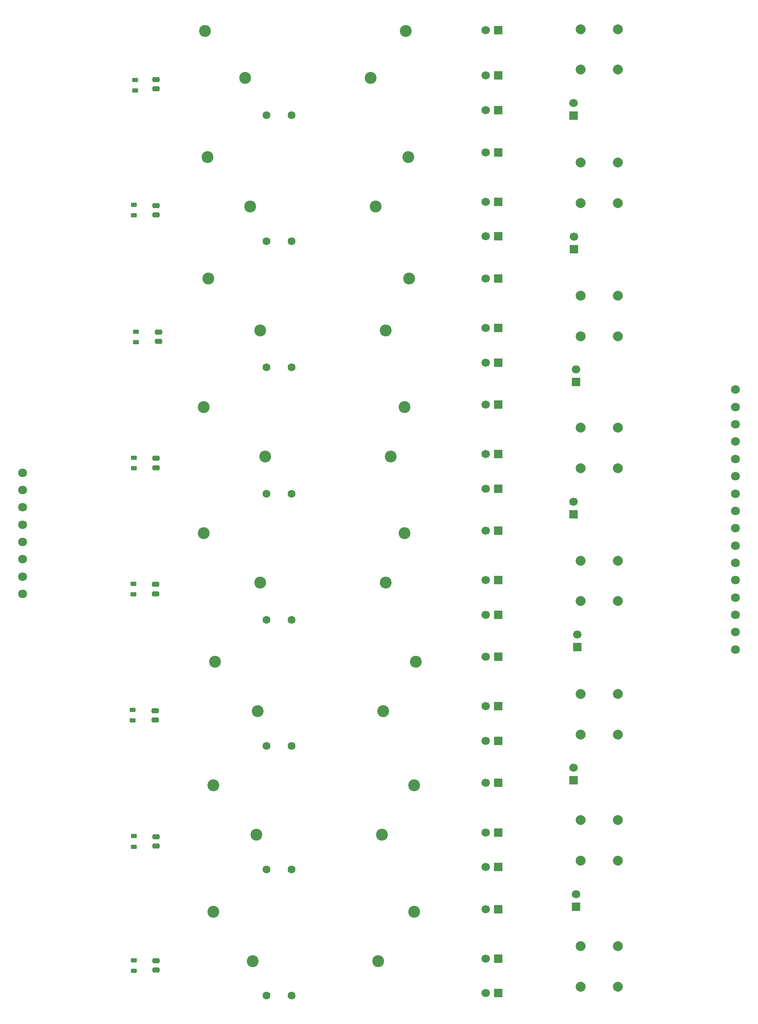
<source format=gbr>
%TF.GenerationSoftware,KiCad,Pcbnew,9.0.5*%
%TF.CreationDate,2025-11-16T19:12:02-08:00*%
%TF.ProjectId,measurementcircuit,6d656173-7572-4656-9d65-6e7463697263,rev?*%
%TF.SameCoordinates,Original*%
%TF.FileFunction,Soldermask,Top*%
%TF.FilePolarity,Negative*%
%FSLAX46Y46*%
G04 Gerber Fmt 4.6, Leading zero omitted, Abs format (unit mm)*
G04 Created by KiCad (PCBNEW 9.0.5) date 2025-11-16 19:12:02*
%MOMM*%
%LPD*%
G01*
G04 APERTURE LIST*
G04 Aperture macros list*
%AMRoundRect*
0 Rectangle with rounded corners*
0 $1 Rounding radius*
0 $2 $3 $4 $5 $6 $7 $8 $9 X,Y pos of 4 corners*
0 Add a 4 corners polygon primitive as box body*
4,1,4,$2,$3,$4,$5,$6,$7,$8,$9,$2,$3,0*
0 Add four circle primitives for the rounded corners*
1,1,$1+$1,$2,$3*
1,1,$1+$1,$4,$5*
1,1,$1+$1,$6,$7*
1,1,$1+$1,$8,$9*
0 Add four rect primitives between the rounded corners*
20,1,$1+$1,$2,$3,$4,$5,0*
20,1,$1+$1,$4,$5,$6,$7,0*
20,1,$1+$1,$6,$7,$8,$9,0*
20,1,$1+$1,$8,$9,$2,$3,0*%
G04 Aperture macros list end*
%ADD10RoundRect,0.218750X-0.381250X0.218750X-0.381250X-0.218750X0.381250X-0.218750X0.381250X0.218750X0*%
%ADD11RoundRect,0.250000X-0.475000X0.250000X-0.475000X-0.250000X0.475000X-0.250000X0.475000X0.250000X0*%
%ADD12C,1.700000*%
%ADD13R,1.700000X1.700000*%
%ADD14RoundRect,0.218750X0.381250X-0.218750X0.381250X0.218750X-0.381250X0.218750X-0.381250X-0.218750X0*%
%ADD15C,2.400000*%
%ADD16C,2.000000*%
%ADD17C,1.600000*%
%ADD18C,1.800000*%
G04 APERTURE END LIST*
D10*
%TO.C,L1*%
X-159000000Y54125000D03*
X-159000000Y52000000D03*
%TD*%
D11*
%TO.C,C2*%
X-154789999Y54235261D03*
X-154789999Y52335261D03*
%TD*%
D12*
%TO.C,J21*%
X-88040000Y48000000D03*
D13*
X-85500000Y48000000D03*
%TD*%
%TO.C,J30*%
X-85500000Y-28500000D03*
D12*
X-88040000Y-28500000D03*
%TD*%
D11*
%TO.C,C3*%
X-154289999Y3135261D03*
X-154289999Y1235261D03*
%TD*%
D13*
%TO.C,J22*%
X-85500000Y39500000D03*
D12*
X-88040000Y39500000D03*
%TD*%
D11*
%TO.C,C5*%
X-154836700Y-47860106D03*
X-154836700Y-49760106D03*
%TD*%
D13*
%TO.C,J33*%
X-85500000Y-54000000D03*
D12*
X-88040000Y-54000000D03*
%TD*%
D14*
%TO.C,L8*%
X-159266407Y-125951955D03*
X-159266407Y-123826955D03*
%TD*%
D13*
%TO.C,J16*%
X-69784999Y-112990000D03*
D12*
X-69784999Y-110450000D03*
%TD*%
D14*
%TO.C,L7*%
X-159289999Y-100877239D03*
X-159289999Y-98752239D03*
%TD*%
D15*
%TO.C,R14*%
X-108300000Y-47500000D03*
X-133700000Y-47500000D03*
%TD*%
D13*
%TO.C,J35*%
X-85500000Y-72500000D03*
D12*
X-88040000Y-72500000D03*
%TD*%
D16*
%TO.C,J7*%
X-68789999Y-43057961D03*
X-68789999Y-51257960D03*
X-61289999Y-43057961D03*
X-61289999Y-51257960D03*
%TD*%
D13*
%TO.C,J42*%
X-85500000Y-130500000D03*
D12*
X-88040000Y-130500000D03*
%TD*%
D13*
%TO.C,J9*%
X-70154999Y19907761D03*
D12*
X-70154999Y22447761D03*
%TD*%
D15*
%TO.C,R19*%
X-102500000Y-88500000D03*
X-143140000Y-88500000D03*
%TD*%
D13*
%TO.C,J1*%
X-85500000Y64222761D03*
D12*
X-88040000Y64222761D03*
%TD*%
D11*
%TO.C,C4*%
X-154789999Y-22364739D03*
X-154789999Y-24264739D03*
%TD*%
D15*
%TO.C,R22*%
X-102500000Y-114000000D03*
X-143140000Y-114000000D03*
%TD*%
D17*
%TO.C,R9*%
X-127335651Y-4000000D03*
X-132415651Y-4000000D03*
%TD*%
D14*
%TO.C,L5*%
X-159336700Y-49872606D03*
X-159336700Y-47747606D03*
%TD*%
D15*
%TO.C,R1*%
X-104180000Y64000000D03*
X-144820000Y64000000D03*
%TD*%
D13*
%TO.C,J25*%
X-85500000Y14000000D03*
D12*
X-88040000Y14000000D03*
%TD*%
D15*
%TO.C,R5*%
X-110300000Y28500000D03*
X-135700000Y28500000D03*
%TD*%
D13*
%TO.C,J27*%
X-85500000Y-3000000D03*
D12*
X-88040000Y-3000000D03*
%TD*%
D13*
%TO.C,J26*%
X-85500000Y4000000D03*
D12*
X-88040000Y4000000D03*
%TD*%
D17*
%TO.C,R18*%
X-127335651Y-80500000D03*
X-132415651Y-80500000D03*
%TD*%
D11*
%TO.C,C1*%
X-154789999Y28735261D03*
X-154789999Y26835261D03*
%TD*%
D15*
%TO.C,R17*%
X-108800000Y-73500000D03*
X-134200000Y-73500000D03*
%TD*%
D13*
%TO.C,J28*%
X-85500000Y-11500000D03*
D12*
X-88040000Y-11500000D03*
%TD*%
D16*
%TO.C,J18*%
X-68789999Y-69993882D03*
X-68789999Y-78193881D03*
X-61289999Y-69993882D03*
X-61289999Y-78193881D03*
%TD*%
D13*
%TO.C,J12*%
X-69500000Y-60540000D03*
D12*
X-69500000Y-58000000D03*
%TD*%
D17*
%TO.C,R21*%
X-127335651Y-105500000D03*
X-132415651Y-105500000D03*
%TD*%
D15*
%TO.C,R2*%
X-111300000Y54500000D03*
X-136700000Y54500000D03*
%TD*%
D17*
%TO.C,R6*%
X-127335651Y21500000D03*
X-132415651Y21500000D03*
%TD*%
D15*
%TO.C,R23*%
X-109800000Y-124000000D03*
X-135200000Y-124000000D03*
%TD*%
D13*
%TO.C,J15*%
X-70284999Y-87475921D03*
D12*
X-70284999Y-84935921D03*
%TD*%
D13*
%TO.C,J2*%
X-85500000Y55000000D03*
D12*
X-88040000Y55000000D03*
%TD*%
D13*
%TO.C,J10*%
X-69789999Y-6948160D03*
D12*
X-69789999Y-4408160D03*
%TD*%
D17*
%TO.C,R24*%
X-127335651Y-131000000D03*
X-132415651Y-131000000D03*
%TD*%
%TO.C,R15*%
X-127335651Y-55000000D03*
X-132415651Y-55000000D03*
%TD*%
D13*
%TO.C,J32*%
X-85500000Y-47000000D03*
D12*
X-88040000Y-47000000D03*
%TD*%
D15*
%TO.C,R10*%
X-104500000Y-12000000D03*
X-145140000Y-12000000D03*
%TD*%
D13*
%TO.C,J11*%
X-70289999Y-33674080D03*
D12*
X-70289999Y-31134080D03*
%TD*%
D13*
%TO.C,J8*%
X-70289999Y46903681D03*
D12*
X-70289999Y49443681D03*
%TD*%
D11*
%TO.C,C6*%
X-154965165Y-73359877D03*
X-154965165Y-75259877D03*
%TD*%
D13*
%TO.C,J39*%
X-85500000Y-105000000D03*
D12*
X-88040000Y-105000000D03*
%TD*%
D15*
%TO.C,R7*%
X-103500000Y14000000D03*
X-144140000Y14000000D03*
%TD*%
D16*
%TO.C,J3*%
X-68789999Y64385720D03*
X-68789999Y56185721D03*
X-61289999Y64385720D03*
X-61289999Y56185721D03*
%TD*%
D14*
%TO.C,L3*%
X-158789999Y1122761D03*
X-158789999Y3247761D03*
%TD*%
D15*
%TO.C,R20*%
X-109000000Y-98500000D03*
X-134400000Y-98500000D03*
%TD*%
D16*
%TO.C,J5*%
X-68789999Y10533879D03*
X-68789999Y2333880D03*
X-61289999Y10533879D03*
X-61289999Y2333880D03*
%TD*%
%TO.C,J6*%
X-68789999Y-16192041D03*
X-68789999Y-24392040D03*
X-61289999Y-16192041D03*
X-61289999Y-24392040D03*
%TD*%
D13*
%TO.C,J23*%
X-85500000Y29500000D03*
D12*
X-88040000Y29500000D03*
%TD*%
D13*
%TO.C,J40*%
X-85500000Y-113500000D03*
D12*
X-88040000Y-113500000D03*
%TD*%
D13*
%TO.C,J36*%
X-85500000Y-79500000D03*
D12*
X-88040000Y-79500000D03*
%TD*%
D16*
%TO.C,J19*%
X-68789999Y-95507961D03*
X-68789999Y-103707960D03*
X-61289999Y-95507961D03*
X-61289999Y-103707960D03*
%TD*%
D11*
%TO.C,C8*%
X-154766407Y-123939455D03*
X-154766407Y-125839455D03*
%TD*%
D17*
%TO.C,R12*%
X-127335651Y-29500000D03*
X-132415651Y-29500000D03*
%TD*%
D14*
%TO.C,L4*%
X-159289999Y-24377239D03*
X-159289999Y-22252239D03*
%TD*%
D15*
%TO.C,R4*%
X-103680000Y38500000D03*
X-144320000Y38500000D03*
%TD*%
D18*
%TO.C,J13*%
X-181789999Y-25277238D03*
X-181789999Y-28777238D03*
X-181789999Y-32277239D03*
X-181789999Y-35777240D03*
X-181789999Y-39277240D03*
X-181789999Y-42777241D03*
X-181789999Y-46277241D03*
X-181789999Y-49777242D03*
%TD*%
D17*
%TO.C,R3*%
X-127335651Y47000000D03*
X-132415651Y47000000D03*
%TD*%
D13*
%TO.C,J31*%
X-85500000Y-37000000D03*
D12*
X-88040000Y-37000000D03*
%TD*%
D15*
%TO.C,R16*%
X-102180000Y-63500000D03*
X-142820000Y-63500000D03*
%TD*%
D13*
%TO.C,J41*%
X-85500000Y-123500000D03*
D12*
X-88040000Y-123500000D03*
%TD*%
D13*
%TO.C,J34*%
X-85500000Y-62500000D03*
D12*
X-88040000Y-62500000D03*
%TD*%
D15*
%TO.C,R8*%
X-108300000Y3500000D03*
X-133700000Y3500000D03*
%TD*%
D14*
%TO.C,L2*%
X-159289999Y26722761D03*
X-159289999Y28847761D03*
%TD*%
D16*
%TO.C,J20*%
X-68789999Y-121022040D03*
X-68789999Y-129222039D03*
X-61289999Y-121022040D03*
X-61289999Y-129222039D03*
%TD*%
D13*
%TO.C,J24*%
X-85500000Y22500000D03*
D12*
X-88040000Y22500000D03*
%TD*%
D14*
%TO.C,L6*%
X-159465165Y-75372377D03*
X-159465165Y-73247377D03*
%TD*%
D15*
%TO.C,R11*%
X-107300000Y-22000000D03*
X-132700000Y-22000000D03*
%TD*%
D13*
%TO.C,J29*%
X-85500000Y-21500000D03*
D12*
X-88040000Y-21500000D03*
%TD*%
D13*
%TO.C,J38*%
X-85500000Y-98000000D03*
D12*
X-88040000Y-98000000D03*
%TD*%
D13*
%TO.C,J37*%
X-85500000Y-88000000D03*
D12*
X-88040000Y-88000000D03*
%TD*%
D16*
%TO.C,J4*%
X-68789999Y37389800D03*
X-68789999Y29189801D03*
X-61289999Y37389800D03*
X-61289999Y29189801D03*
%TD*%
D11*
%TO.C,C7*%
X-154789999Y-98864739D03*
X-154789999Y-100764739D03*
%TD*%
D15*
%TO.C,R13*%
X-104500000Y-37500000D03*
X-145140000Y-37500000D03*
%TD*%
D18*
%TO.C,J17*%
X-37500000Y-8499991D03*
X-37500000Y-11999999D03*
X-37500000Y-15500000D03*
X-37500000Y-19000001D03*
X-37500000Y-22500001D03*
X-37500000Y-26000002D03*
X-37500000Y-29500003D03*
X-37500000Y-33000003D03*
X-37500000Y-36500004D03*
X-37500000Y-40000004D03*
X-37500000Y-43500005D03*
X-37500000Y-47000006D03*
X-37500000Y-50500006D03*
X-37500000Y-54000007D03*
X-37500000Y-57500007D03*
X-37500000Y-61000008D03*
%TD*%
M02*

</source>
